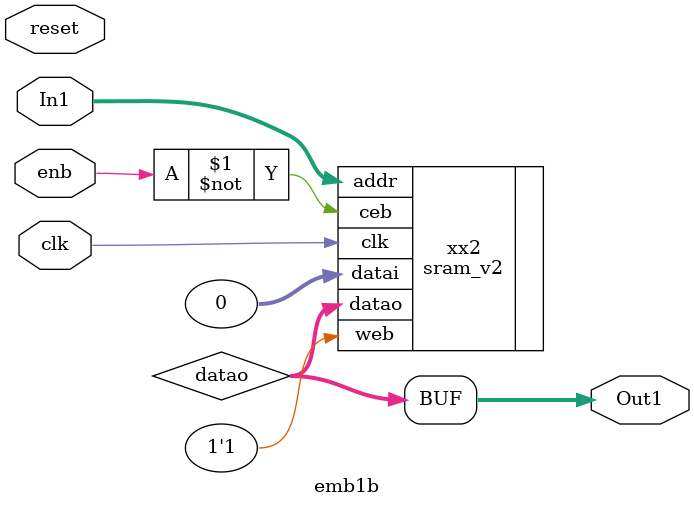
<source format=v>


`timescale 1 ns / 1 ns

module emb1
(clk,
reset,
enb,
In1,
Out1);


input   clk;
input   reset;
input enb;
input   [10:0] In1;           
output  [31:0] Out1;           

wire [31:0] datao;


sram_v2 xx2(
.clk	(	clk	),
.ceb	(	1'b0	),
.web	(	1'b1	),
.datai	(	32'd0	),
.addr	(	In1	),
.datao  (	datao	)
);

assign Out1 = datao[31:0];


endmodule         

`timescale 1 ns / 1 ns

module emb1a
(clk,
reset,
enb,
In1,
Out1);


input   clk;
input   reset;
input enb;
input   [10:0] In1;           
output  [31:0] Out1;           

wire [31:0] datao;


sram_v2 xx2(
.clk	(	clk	),
.ceb	(	~enb	),
.web	(	1'b1	),
.datai	(	32'd0	),
.addr	(	In1	),
.datao  (	datao	)
);

assign Out1 = datao[31:0];


endmodule      

`timescale 1 ns / 1 ns

module emb1b
(clk,
reset,
enb,
In1,
Out1);


input   clk;
input   reset;
input enb;
input   [10:0] In1;           
output  [31:0] Out1;           

wire [31:0] datao;


sram_v2 xx2(
.clk	(	clk	),
.ceb	(	~enb	),
.web	(	1'b1	),
.datai	(	32'd0	),
.addr	(	In1	),
.datao  (	datao	)
);

assign Out1 = datao[31:0];


endmodule      

</source>
